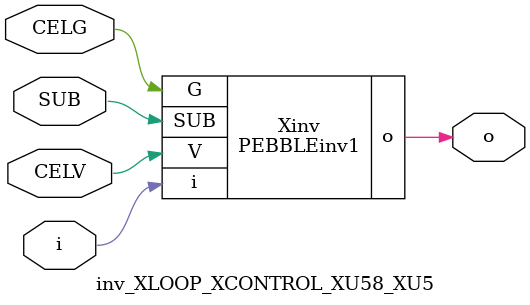
<source format=v>



module PEBBLEinv1 ( o, G, SUB, V, i );

  input V;
  input i;
  input G;
  output o;
  input SUB;
endmodule

//Celera Confidential Do Not Copy inv_XLOOP_XCONTROL_XU58_XU5
//Celera Confidential Symbol Generator
//5V Inverter
module inv_XLOOP_XCONTROL_XU58_XU5 (CELV,CELG,i,o,SUB);
input CELV;
input CELG;
input i;
input SUB;
output o;

//Celera Confidential Do Not Copy inv
PEBBLEinv1 Xinv(
.V (CELV),
.i (i),
.o (o),
.SUB (SUB),
.G (CELG)
);
//,diesize,PEBBLEinv1

//Celera Confidential Do Not Copy Module End
//Celera Schematic Generator
endmodule

</source>
